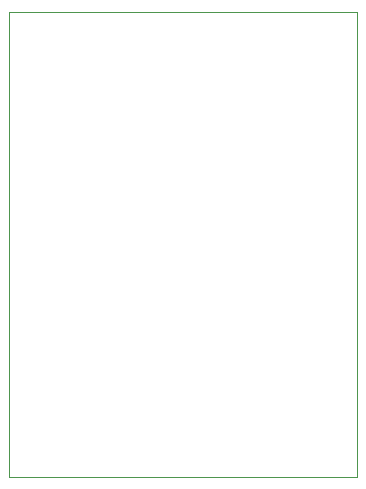
<source format=gm1>
G04 #@! TF.GenerationSoftware,KiCad,Pcbnew,(5.1.5)-3*
G04 #@! TF.CreationDate,2020-02-07T15:38:24-08:00*
G04 #@! TF.ProjectId,pcb,7063622e-6b69-4636-9164-5f7063625858,v1.1*
G04 #@! TF.SameCoordinates,Original*
G04 #@! TF.FileFunction,Profile,NP*
%FSLAX46Y46*%
G04 Gerber Fmt 4.6, Leading zero omitted, Abs format (unit mm)*
G04 Created by KiCad (PCBNEW (5.1.5)-3) date 2020-02-07 15:38:24*
%MOMM*%
%LPD*%
G04 APERTURE LIST*
%ADD10C,0.050000*%
G04 APERTURE END LIST*
D10*
X127000000Y-127000000D02*
X156464000Y-127000000D01*
X156464000Y-127000000D02*
X156464000Y-87630000D01*
X127000000Y-87630000D02*
X156464000Y-87630000D01*
X127000000Y-127000000D02*
X127000000Y-87630000D01*
M02*

</source>
